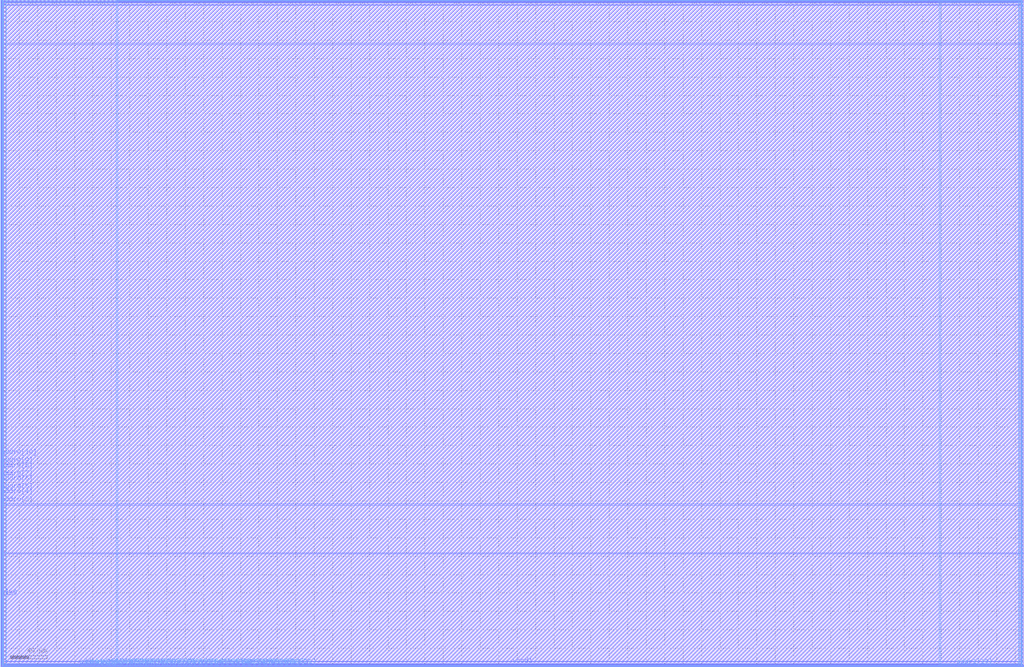
<source format=lef>
VERSION 5.4 ;
BUSBITCHARS "[]" ;
DIVIDERCHAR "/" ;
UNITS
  DATABASE MICRONS 1000 ;
END UNITS
MACRO sky130_sram_8kbyte_1r1w_32x2048_8
   CLASS BLOCK ;
   SIZE 1109.7 BY 723.85 ;
   SYMMETRY X Y R90 ;
   PIN din0[0]
      DIRECTION INPUT ;
      PORT
         LAYER met4 ;
         RECT  126.04 0.0 126.42 0.38 ;
      END
   END din0[0]
   PIN din0[1]
      DIRECTION INPUT ;
      PORT
         LAYER met4 ;
         RECT  131.88 0.0 132.26 0.38 ;
      END
   END din0[1]
   PIN din0[2]
      DIRECTION INPUT ;
      PORT
         LAYER met4 ;
         RECT  137.72 0.0 138.1 0.38 ;
      END
   END din0[2]
   PIN din0[3]
      DIRECTION INPUT ;
      PORT
         LAYER met4 ;
         RECT  143.56 0.0 143.94 0.38 ;
      END
   END din0[3]
   PIN din0[4]
      DIRECTION INPUT ;
      PORT
         LAYER met4 ;
         RECT  149.4 0.0 149.78 0.38 ;
      END
   END din0[4]
   PIN din0[5]
      DIRECTION INPUT ;
      PORT
         LAYER met4 ;
         RECT  155.24 0.0 155.62 0.38 ;
      END
   END din0[5]
   PIN din0[6]
      DIRECTION INPUT ;
      PORT
         LAYER met4 ;
         RECT  161.08 0.0 161.46 0.38 ;
      END
   END din0[6]
   PIN din0[7]
      DIRECTION INPUT ;
      PORT
         LAYER met4 ;
         RECT  166.92 0.0 167.3 0.38 ;
      END
   END din0[7]
   PIN din0[8]
      DIRECTION INPUT ;
      PORT
         LAYER met4 ;
         RECT  172.76 0.0 173.14 0.38 ;
      END
   END din0[8]
   PIN din0[9]
      DIRECTION INPUT ;
      PORT
         LAYER met4 ;
         RECT  178.6 0.0 178.98 0.38 ;
      END
   END din0[9]
   PIN din0[10]
      DIRECTION INPUT ;
      PORT
         LAYER met4 ;
         RECT  184.44 0.0 184.82 0.38 ;
      END
   END din0[10]
   PIN din0[11]
      DIRECTION INPUT ;
      PORT
         LAYER met4 ;
         RECT  190.28 0.0 190.66 0.38 ;
      END
   END din0[11]
   PIN din0[12]
      DIRECTION INPUT ;
      PORT
         LAYER met4 ;
         RECT  196.12 0.0 196.5 0.38 ;
      END
   END din0[12]
   PIN din0[13]
      DIRECTION INPUT ;
      PORT
         LAYER met4 ;
         RECT  201.96 0.0 202.34 0.38 ;
      END
   END din0[13]
   PIN din0[14]
      DIRECTION INPUT ;
      PORT
         LAYER met4 ;
         RECT  207.8 0.0 208.18 0.38 ;
      END
   END din0[14]
   PIN din0[15]
      DIRECTION INPUT ;
      PORT
         LAYER met4 ;
         RECT  213.64 0.0 214.02 0.38 ;
      END
   END din0[15]
   PIN din0[16]
      DIRECTION INPUT ;
      PORT
         LAYER met4 ;
         RECT  219.48 0.0 219.86 0.38 ;
      END
   END din0[16]
   PIN din0[17]
      DIRECTION INPUT ;
      PORT
         LAYER met4 ;
         RECT  225.32 0.0 225.7 0.38 ;
      END
   END din0[17]
   PIN din0[18]
      DIRECTION INPUT ;
      PORT
         LAYER met4 ;
         RECT  231.16 0.0 231.54 0.38 ;
      END
   END din0[18]
   PIN din0[19]
      DIRECTION INPUT ;
      PORT
         LAYER met4 ;
         RECT  237.0 0.0 237.38 0.38 ;
      END
   END din0[19]
   PIN din0[20]
      DIRECTION INPUT ;
      PORT
         LAYER met4 ;
         RECT  242.84 0.0 243.22 0.38 ;
      END
   END din0[20]
   PIN din0[21]
      DIRECTION INPUT ;
      PORT
         LAYER met4 ;
         RECT  248.68 0.0 249.06 0.38 ;
      END
   END din0[21]
   PIN din0[22]
      DIRECTION INPUT ;
      PORT
         LAYER met4 ;
         RECT  254.52 0.0 254.9 0.38 ;
      END
   END din0[22]
   PIN din0[23]
      DIRECTION INPUT ;
      PORT
         LAYER met4 ;
         RECT  260.36 0.0 260.74 0.38 ;
      END
   END din0[23]
   PIN din0[24]
      DIRECTION INPUT ;
      PORT
         LAYER met4 ;
         RECT  266.2 0.0 266.58 0.38 ;
      END
   END din0[24]
   PIN din0[25]
      DIRECTION INPUT ;
      PORT
         LAYER met4 ;
         RECT  272.04 0.0 272.42 0.38 ;
      END
   END din0[25]
   PIN din0[26]
      DIRECTION INPUT ;
      PORT
         LAYER met4 ;
         RECT  277.88 0.0 278.26 0.38 ;
      END
   END din0[26]
   PIN din0[27]
      DIRECTION INPUT ;
      PORT
         LAYER met4 ;
         RECT  283.72 0.0 284.1 0.38 ;
      END
   END din0[27]
   PIN din0[28]
      DIRECTION INPUT ;
      PORT
         LAYER met4 ;
         RECT  289.56 0.0 289.94 0.38 ;
      END
   END din0[28]
   PIN din0[29]
      DIRECTION INPUT ;
      PORT
         LAYER met4 ;
         RECT  295.4 0.0 295.78 0.38 ;
      END
   END din0[29]
   PIN din0[30]
      DIRECTION INPUT ;
      PORT
         LAYER met4 ;
         RECT  301.24 0.0 301.62 0.38 ;
      END
   END din0[30]
   PIN din0[31]
      DIRECTION INPUT ;
      PORT
         LAYER met4 ;
         RECT  307.08 0.0 307.46 0.38 ;
      END
   END din0[31]
   PIN addr0[0]
      DIRECTION INPUT ;
      PORT
         LAYER met4 ;
         RECT  85.16 0.0 85.54 0.38 ;
      END
   END addr0[0]
   PIN addr0[1]
      DIRECTION INPUT ;
      PORT
         LAYER met4 ;
         RECT  91.0 0.0 91.38 0.38 ;
      END
   END addr0[1]
   PIN addr0[2]
      DIRECTION INPUT ;
      PORT
         LAYER met4 ;
         RECT  96.84 0.0 97.22 0.38 ;
      END
   END addr0[2]
   PIN addr0[3]
      DIRECTION INPUT ;
      PORT
         LAYER met3 ;
         RECT  0.0 175.95 0.38 176.33 ;
      END
   END addr0[3]
   PIN addr0[4]
      DIRECTION INPUT ;
      PORT
         LAYER met3 ;
         RECT  0.0 184.45 0.38 184.83 ;
      END
   END addr0[4]
   PIN addr0[5]
      DIRECTION INPUT ;
      PORT
         LAYER met3 ;
         RECT  0.0 190.09 0.38 190.47 ;
      END
   END addr0[5]
   PIN addr0[6]
      DIRECTION INPUT ;
      PORT
         LAYER met3 ;
         RECT  0.0 198.59 0.38 198.97 ;
      END
   END addr0[6]
   PIN addr0[7]
      DIRECTION INPUT ;
      PORT
         LAYER met3 ;
         RECT  0.0 204.23 0.38 204.61 ;
      END
   END addr0[7]
   PIN addr0[8]
      DIRECTION INPUT ;
      PORT
         LAYER met3 ;
         RECT  0.0 212.73 0.38 213.11 ;
      END
   END addr0[8]
   PIN addr0[9]
      DIRECTION INPUT ;
      PORT
         LAYER met3 ;
         RECT  0.0 218.37 0.38 218.75 ;
      END
   END addr0[9]
   PIN addr0[10]
      DIRECTION INPUT ;
      PORT
         LAYER met3 ;
         RECT  0.0 226.87 0.38 227.25 ;
      END
   END addr0[10]
   PIN addr1[0]
      DIRECTION INPUT ;
      PORT
         LAYER met4 ;
         RECT  1018.32 723.47 1018.7 723.85 ;
      END
   END addr1[0]
   PIN addr1[1]
      DIRECTION INPUT ;
      PORT
         LAYER met4 ;
         RECT  1012.48 723.47 1012.86 723.85 ;
      END
   END addr1[1]
   PIN addr1[2]
      DIRECTION INPUT ;
      PORT
         LAYER met4 ;
         RECT  1006.64 723.47 1007.02 723.85 ;
      END
   END addr1[2]
   PIN addr1[3]
      DIRECTION INPUT ;
      PORT
         LAYER met3 ;
         RECT  1109.32 122.91 1109.7 123.29 ;
      END
   END addr1[3]
   PIN addr1[4]
      DIRECTION INPUT ;
      PORT
         LAYER met3 ;
         RECT  1109.32 114.41 1109.7 114.79 ;
      END
   END addr1[4]
   PIN addr1[5]
      DIRECTION INPUT ;
      PORT
         LAYER met3 ;
         RECT  1109.32 108.77 1109.7 109.15 ;
      END
   END addr1[5]
   PIN addr1[6]
      DIRECTION INPUT ;
      PORT
         LAYER met3 ;
         RECT  1109.32 100.27 1109.7 100.65 ;
      END
   END addr1[6]
   PIN addr1[7]
      DIRECTION INPUT ;
      PORT
         LAYER met3 ;
         RECT  1109.32 94.63 1109.7 95.01 ;
      END
   END addr1[7]
   PIN addr1[8]
      DIRECTION INPUT ;
      PORT
         LAYER met3 ;
         RECT  1109.32 86.13 1109.7 86.51 ;
      END
   END addr1[8]
   PIN addr1[9]
      DIRECTION INPUT ;
      PORT
         LAYER met3 ;
         RECT  1109.32 80.49 1109.7 80.87 ;
      END
   END addr1[9]
   PIN addr1[10]
      DIRECTION INPUT ;
      PORT
         LAYER met4 ;
         RECT  1035.84 0.0 1036.22 0.38 ;
      END
   END addr1[10]
   PIN csb0
      DIRECTION INPUT ;
      PORT
         LAYER met3 ;
         RECT  0.0 74.24 0.38 74.62 ;
      END
   END csb0
   PIN csb1
      DIRECTION INPUT ;
      PORT
         LAYER met3 ;
         RECT  1109.32 675.5 1109.7 675.88 ;
      END
   END csb1
   PIN clk0
      DIRECTION INPUT ;
      PORT
         LAYER met3 ;
         RECT  0.0 74.985 0.38 75.365 ;
      END
   END clk0
   PIN clk1
      DIRECTION INPUT ;
      PORT
         LAYER met3 ;
         RECT  1109.32 674.755 1109.7 675.135 ;
      END
   END clk1
   PIN wmask0[0]
      DIRECTION INPUT ;
      PORT
         LAYER met4 ;
         RECT  102.68 0.0 103.06 0.38 ;
      END
   END wmask0[0]
   PIN wmask0[1]
      DIRECTION INPUT ;
      PORT
         LAYER met4 ;
         RECT  108.52 0.0 108.9 0.38 ;
      END
   END wmask0[1]
   PIN wmask0[2]
      DIRECTION INPUT ;
      PORT
         LAYER met4 ;
         RECT  114.36 0.0 114.74 0.38 ;
      END
   END wmask0[2]
   PIN wmask0[3]
      DIRECTION INPUT ;
      PORT
         LAYER met4 ;
         RECT  120.2 0.0 120.58 0.38 ;
      END
   END wmask0[3]
   PIN dout1[0]
      DIRECTION OUTPUT ;
      PORT
         LAYER met4 ;
         RECT  155.725 723.47 156.105 723.85 ;
      END
   END dout1[0]
   PIN dout1[1]
      DIRECTION OUTPUT ;
      PORT
         LAYER met4 ;
         RECT  180.685 723.47 181.065 723.85 ;
      END
   END dout1[1]
   PIN dout1[2]
      DIRECTION OUTPUT ;
      PORT
         LAYER met4 ;
         RECT  205.645 723.47 206.025 723.85 ;
      END
   END dout1[2]
   PIN dout1[3]
      DIRECTION OUTPUT ;
      PORT
         LAYER met4 ;
         RECT  230.605 723.47 230.985 723.85 ;
      END
   END dout1[3]
   PIN dout1[4]
      DIRECTION OUTPUT ;
      PORT
         LAYER met4 ;
         RECT  255.565 723.47 255.945 723.85 ;
      END
   END dout1[4]
   PIN dout1[5]
      DIRECTION OUTPUT ;
      PORT
         LAYER met4 ;
         RECT  280.525 723.47 280.905 723.85 ;
      END
   END dout1[5]
   PIN dout1[6]
      DIRECTION OUTPUT ;
      PORT
         LAYER met4 ;
         RECT  305.485 723.47 305.865 723.85 ;
      END
   END dout1[6]
   PIN dout1[7]
      DIRECTION OUTPUT ;
      PORT
         LAYER met4 ;
         RECT  330.445 723.47 330.825 723.85 ;
      END
   END dout1[7]
   PIN dout1[8]
      DIRECTION OUTPUT ;
      PORT
         LAYER met4 ;
         RECT  355.405 723.47 355.785 723.85 ;
      END
   END dout1[8]
   PIN dout1[9]
      DIRECTION OUTPUT ;
      PORT
         LAYER met4 ;
         RECT  380.365 723.47 380.745 723.85 ;
      END
   END dout1[9]
   PIN dout1[10]
      DIRECTION OUTPUT ;
      PORT
         LAYER met4 ;
         RECT  405.325 723.47 405.705 723.85 ;
      END
   END dout1[10]
   PIN dout1[11]
      DIRECTION OUTPUT ;
      PORT
         LAYER met4 ;
         RECT  430.285 723.47 430.665 723.85 ;
      END
   END dout1[11]
   PIN dout1[12]
      DIRECTION OUTPUT ;
      PORT
         LAYER met4 ;
         RECT  455.245 723.47 455.625 723.85 ;
      END
   END dout1[12]
   PIN dout1[13]
      DIRECTION OUTPUT ;
      PORT
         LAYER met4 ;
         RECT  480.205 723.47 480.585 723.85 ;
      END
   END dout1[13]
   PIN dout1[14]
      DIRECTION OUTPUT ;
      PORT
         LAYER met4 ;
         RECT  505.165 723.47 505.545 723.85 ;
      END
   END dout1[14]
   PIN dout1[15]
      DIRECTION OUTPUT ;
      PORT
         LAYER met4 ;
         RECT  530.125 723.47 530.505 723.85 ;
      END
   END dout1[15]
   PIN dout1[16]
      DIRECTION OUTPUT ;
      PORT
         LAYER met4 ;
         RECT  555.085 723.47 555.465 723.85 ;
      END
   END dout1[16]
   PIN dout1[17]
      DIRECTION OUTPUT ;
      PORT
         LAYER met4 ;
         RECT  580.045 723.47 580.425 723.85 ;
      END
   END dout1[17]
   PIN dout1[18]
      DIRECTION OUTPUT ;
      PORT
         LAYER met4 ;
         RECT  605.005 723.47 605.385 723.85 ;
      END
   END dout1[18]
   PIN dout1[19]
      DIRECTION OUTPUT ;
      PORT
         LAYER met4 ;
         RECT  629.965 723.47 630.345 723.85 ;
      END
   END dout1[19]
   PIN dout1[20]
      DIRECTION OUTPUT ;
      PORT
         LAYER met4 ;
         RECT  654.925 723.47 655.305 723.85 ;
      END
   END dout1[20]
   PIN dout1[21]
      DIRECTION OUTPUT ;
      PORT
         LAYER met4 ;
         RECT  679.885 723.47 680.265 723.85 ;
      END
   END dout1[21]
   PIN dout1[22]
      DIRECTION OUTPUT ;
      PORT
         LAYER met4 ;
         RECT  704.845 723.47 705.225 723.85 ;
      END
   END dout1[22]
   PIN dout1[23]
      DIRECTION OUTPUT ;
      PORT
         LAYER met4 ;
         RECT  729.805 723.47 730.185 723.85 ;
      END
   END dout1[23]
   PIN dout1[24]
      DIRECTION OUTPUT ;
      PORT
         LAYER met4 ;
         RECT  754.765 723.47 755.145 723.85 ;
      END
   END dout1[24]
   PIN dout1[25]
      DIRECTION OUTPUT ;
      PORT
         LAYER met4 ;
         RECT  779.725 723.47 780.105 723.85 ;
      END
   END dout1[25]
   PIN dout1[26]
      DIRECTION OUTPUT ;
      PORT
         LAYER met4 ;
         RECT  804.685 723.47 805.065 723.85 ;
      END
   END dout1[26]
   PIN dout1[27]
      DIRECTION OUTPUT ;
      PORT
         LAYER met4 ;
         RECT  829.645 723.47 830.025 723.85 ;
      END
   END dout1[27]
   PIN dout1[28]
      DIRECTION OUTPUT ;
      PORT
         LAYER met4 ;
         RECT  854.605 723.47 854.985 723.85 ;
      END
   END dout1[28]
   PIN dout1[29]
      DIRECTION OUTPUT ;
      PORT
         LAYER met4 ;
         RECT  879.565 723.47 879.945 723.85 ;
      END
   END dout1[29]
   PIN dout1[30]
      DIRECTION OUTPUT ;
      PORT
         LAYER met4 ;
         RECT  904.525 723.47 904.905 723.85 ;
      END
   END dout1[30]
   PIN dout1[31]
      DIRECTION OUTPUT ;
      PORT
         LAYER met4 ;
         RECT  929.485 723.47 929.865 723.85 ;
      END
   END dout1[31]
   PIN vccd1
      DIRECTION INOUT ;
      USE POWER ; 
      SHAPE ABUTMENT ; 
      PORT
         LAYER met4 ;
         RECT  0.0 0.0 1.74 723.85 ;
         LAYER met4 ;
         RECT  1107.96 0.0 1109.7 723.85 ;
         LAYER met3 ;
         RECT  0.0 722.11 1109.7 723.85 ;
         LAYER met3 ;
         RECT  0.0 0.0 1109.7 1.74 ;
      END
   END vccd1
   PIN vssd1
      DIRECTION INOUT ;
      USE GROUND ; 
      SHAPE ABUTMENT ; 
      PORT
         LAYER met4 ;
         RECT  3.48 3.48 5.22 720.37 ;
         LAYER met3 ;
         RECT  3.48 3.48 1106.22 5.22 ;
         LAYER met3 ;
         RECT  3.48 718.63 1106.22 720.37 ;
         LAYER met4 ;
         RECT  1104.48 3.48 1106.22 720.37 ;
      END
   END vssd1
   OBS
   LAYER  met1 ;
      RECT  0.62 0.62 1109.08 723.23 ;
   LAYER  met2 ;
      RECT  0.62 0.62 1109.08 723.23 ;
   LAYER  met3 ;
      RECT  0.98 175.35 1109.08 176.93 ;
      RECT  0.62 176.93 0.98 183.85 ;
      RECT  0.62 185.43 0.98 189.49 ;
      RECT  0.62 191.07 0.98 197.99 ;
      RECT  0.62 199.57 0.98 203.63 ;
      RECT  0.62 205.21 0.98 212.13 ;
      RECT  0.62 213.71 0.98 217.77 ;
      RECT  0.62 219.35 0.98 226.27 ;
      RECT  0.98 122.31 1108.72 123.89 ;
      RECT  0.98 123.89 1108.72 175.35 ;
      RECT  1108.72 123.89 1109.08 175.35 ;
      RECT  1108.72 115.39 1109.08 122.31 ;
      RECT  1108.72 109.75 1109.08 113.81 ;
      RECT  1108.72 101.25 1109.08 108.17 ;
      RECT  1108.72 95.61 1109.08 99.67 ;
      RECT  1108.72 87.11 1109.08 94.03 ;
      RECT  1108.72 81.47 1109.08 85.53 ;
      RECT  0.98 176.93 1108.72 674.9 ;
      RECT  0.98 674.9 1108.72 676.48 ;
      RECT  0.62 75.965 0.98 175.35 ;
      RECT  1108.72 176.93 1109.08 674.155 ;
      RECT  0.62 227.85 0.98 721.51 ;
      RECT  1108.72 676.48 1109.08 721.51 ;
      RECT  1108.72 2.34 1109.08 79.89 ;
      RECT  0.62 2.34 0.98 73.64 ;
      RECT  0.98 2.34 2.88 2.88 ;
      RECT  0.98 2.88 2.88 5.82 ;
      RECT  0.98 5.82 2.88 122.31 ;
      RECT  2.88 2.34 1106.82 2.88 ;
      RECT  2.88 5.82 1106.82 122.31 ;
      RECT  1106.82 2.34 1108.72 2.88 ;
      RECT  1106.82 2.88 1108.72 5.82 ;
      RECT  1106.82 5.82 1108.72 122.31 ;
      RECT  0.98 676.48 2.88 718.03 ;
      RECT  0.98 718.03 2.88 720.97 ;
      RECT  0.98 720.97 2.88 721.51 ;
      RECT  2.88 676.48 1106.82 718.03 ;
      RECT  2.88 720.97 1106.82 721.51 ;
      RECT  1106.82 676.48 1108.72 718.03 ;
      RECT  1106.82 718.03 1108.72 720.97 ;
      RECT  1106.82 720.97 1108.72 721.51 ;
   LAYER  met4 ;
      RECT  125.44 0.98 127.02 723.23 ;
      RECT  127.02 0.62 131.28 0.98 ;
      RECT  132.86 0.62 137.12 0.98 ;
      RECT  138.7 0.62 142.96 0.98 ;
      RECT  144.54 0.62 148.8 0.98 ;
      RECT  150.38 0.62 154.64 0.98 ;
      RECT  156.22 0.62 160.48 0.98 ;
      RECT  162.06 0.62 166.32 0.98 ;
      RECT  167.9 0.62 172.16 0.98 ;
      RECT  173.74 0.62 178.0 0.98 ;
      RECT  179.58 0.62 183.84 0.98 ;
      RECT  185.42 0.62 189.68 0.98 ;
      RECT  191.26 0.62 195.52 0.98 ;
      RECT  197.1 0.62 201.36 0.98 ;
      RECT  202.94 0.62 207.2 0.98 ;
      RECT  208.78 0.62 213.04 0.98 ;
      RECT  214.62 0.62 218.88 0.98 ;
      RECT  220.46 0.62 224.72 0.98 ;
      RECT  226.3 0.62 230.56 0.98 ;
      RECT  232.14 0.62 236.4 0.98 ;
      RECT  237.98 0.62 242.24 0.98 ;
      RECT  243.82 0.62 248.08 0.98 ;
      RECT  249.66 0.62 253.92 0.98 ;
      RECT  255.5 0.62 259.76 0.98 ;
      RECT  261.34 0.62 265.6 0.98 ;
      RECT  267.18 0.62 271.44 0.98 ;
      RECT  273.02 0.62 277.28 0.98 ;
      RECT  278.86 0.62 283.12 0.98 ;
      RECT  284.7 0.62 288.96 0.98 ;
      RECT  290.54 0.62 294.8 0.98 ;
      RECT  296.38 0.62 300.64 0.98 ;
      RECT  302.22 0.62 306.48 0.98 ;
      RECT  86.14 0.62 90.4 0.98 ;
      RECT  91.98 0.62 96.24 0.98 ;
      RECT  127.02 0.98 1017.72 722.87 ;
      RECT  1017.72 0.98 1019.3 722.87 ;
      RECT  1013.46 722.87 1017.72 723.23 ;
      RECT  1007.62 722.87 1011.88 723.23 ;
      RECT  308.06 0.62 1035.24 0.98 ;
      RECT  97.82 0.62 102.08 0.98 ;
      RECT  103.66 0.62 107.92 0.98 ;
      RECT  109.5 0.62 113.76 0.98 ;
      RECT  115.34 0.62 119.6 0.98 ;
      RECT  121.18 0.62 125.44 0.98 ;
      RECT  127.02 722.87 155.125 723.23 ;
      RECT  156.705 722.87 180.085 723.23 ;
      RECT  181.665 722.87 205.045 723.23 ;
      RECT  206.625 722.87 230.005 723.23 ;
      RECT  231.585 722.87 254.965 723.23 ;
      RECT  256.545 722.87 279.925 723.23 ;
      RECT  281.505 722.87 304.885 723.23 ;
      RECT  306.465 722.87 329.845 723.23 ;
      RECT  331.425 722.87 354.805 723.23 ;
      RECT  356.385 722.87 379.765 723.23 ;
      RECT  381.345 722.87 404.725 723.23 ;
      RECT  406.305 722.87 429.685 723.23 ;
      RECT  431.265 722.87 454.645 723.23 ;
      RECT  456.225 722.87 479.605 723.23 ;
      RECT  481.185 722.87 504.565 723.23 ;
      RECT  506.145 722.87 529.525 723.23 ;
      RECT  531.105 722.87 554.485 723.23 ;
      RECT  556.065 722.87 579.445 723.23 ;
      RECT  581.025 722.87 604.405 723.23 ;
      RECT  605.985 722.87 629.365 723.23 ;
      RECT  630.945 722.87 654.325 723.23 ;
      RECT  655.905 722.87 679.285 723.23 ;
      RECT  680.865 722.87 704.245 723.23 ;
      RECT  705.825 722.87 729.205 723.23 ;
      RECT  730.785 722.87 754.165 723.23 ;
      RECT  755.745 722.87 779.125 723.23 ;
      RECT  780.705 722.87 804.085 723.23 ;
      RECT  805.665 722.87 829.045 723.23 ;
      RECT  830.625 722.87 854.005 723.23 ;
      RECT  855.585 722.87 878.965 723.23 ;
      RECT  880.545 722.87 903.925 723.23 ;
      RECT  905.505 722.87 928.885 723.23 ;
      RECT  930.465 722.87 1006.04 723.23 ;
      RECT  2.34 0.62 84.56 0.98 ;
      RECT  1019.3 722.87 1107.36 723.23 ;
      RECT  1036.82 0.62 1107.36 0.98 ;
      RECT  2.34 0.98 2.88 2.88 ;
      RECT  2.34 2.88 2.88 720.97 ;
      RECT  2.34 720.97 2.88 723.23 ;
      RECT  2.88 0.98 5.82 2.88 ;
      RECT  2.88 720.97 5.82 723.23 ;
      RECT  5.82 0.98 125.44 2.88 ;
      RECT  5.82 2.88 125.44 720.97 ;
      RECT  5.82 720.97 125.44 723.23 ;
      RECT  1019.3 0.98 1103.88 2.88 ;
      RECT  1019.3 2.88 1103.88 720.97 ;
      RECT  1019.3 720.97 1103.88 722.87 ;
      RECT  1103.88 0.98 1106.82 2.88 ;
      RECT  1103.88 720.97 1106.82 722.87 ;
      RECT  1106.82 0.98 1107.36 2.88 ;
      RECT  1106.82 2.88 1107.36 720.97 ;
      RECT  1106.82 720.97 1107.36 722.87 ;
   END
END    sky130_sram_8kbyte_1r1w_32x2048_8
END    LIBRARY

</source>
